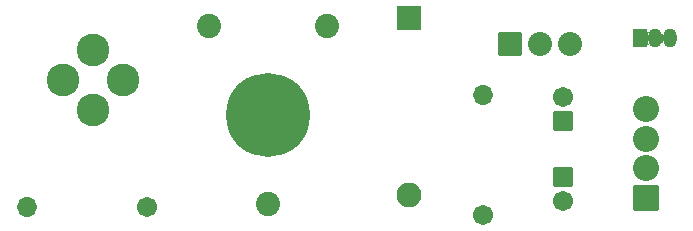
<source format=gbr>
%TF.GenerationSoftware,KiCad,Pcbnew,(6.0.7)*%
%TF.CreationDate,2022-09-16T11:39:32+01:00*%
%TF.ProjectId,gas sniffer,67617320-736e-4696-9666-65722e6b6963,rev?*%
%TF.SameCoordinates,Original*%
%TF.FileFunction,Soldermask,Top*%
%TF.FilePolarity,Negative*%
%FSLAX46Y46*%
G04 Gerber Fmt 4.6, Leading zero omitted, Abs format (unit mm)*
G04 Created by KiCad (PCBNEW (6.0.7)) date 2022-09-16 11:39:32*
%MOMM*%
%LPD*%
G01*
G04 APERTURE LIST*
G04 Aperture macros list*
%AMRoundRect*
0 Rectangle with rounded corners*
0 $1 Rounding radius*
0 $2 $3 $4 $5 $6 $7 $8 $9 X,Y pos of 4 corners*
0 Add a 4 corners polygon primitive as box body*
4,1,4,$2,$3,$4,$5,$6,$7,$8,$9,$2,$3,0*
0 Add four circle primitives for the rounded corners*
1,1,$1+$1,$2,$3*
1,1,$1+$1,$4,$5*
1,1,$1+$1,$6,$7*
1,1,$1+$1,$8,$9*
0 Add four rect primitives between the rounded corners*
20,1,$1+$1,$2,$3,$4,$5,0*
20,1,$1+$1,$4,$5,$6,$7,0*
20,1,$1+$1,$6,$7,$8,$9,0*
20,1,$1+$1,$8,$9,$2,$3,0*%
G04 Aperture macros list end*
%ADD10C,7.102000*%
%ADD11C,2.052000*%
%ADD12RoundRect,0.051000X-0.525000X-0.750000X0.525000X-0.750000X0.525000X0.750000X-0.525000X0.750000X0*%
%ADD13O,1.152000X1.602000*%
%ADD14C,2.769000*%
%ADD15O,1.702000X1.702000*%
%ADD16C,1.702000*%
%ADD17C,2.202000*%
%ADD18RoundRect,0.051000X1.050000X-1.050000X1.050000X1.050000X-1.050000X1.050000X-1.050000X-1.050000X0*%
%ADD19C,2.037000*%
%ADD20RoundRect,0.051000X-0.967500X-0.967500X0.967500X-0.967500X0.967500X0.967500X-0.967500X0.967500X0*%
%ADD21RoundRect,0.051000X0.800000X-0.800000X0.800000X0.800000X-0.800000X0.800000X-0.800000X-0.800000X0*%
%ADD22RoundRect,0.051000X-0.800000X0.800000X-0.800000X-0.800000X0.800000X-0.800000X0.800000X0.800000X0*%
%ADD23O,2.102000X2.102000*%
%ADD24RoundRect,0.051000X-1.000000X1.000000X-1.000000X-1.000000X1.000000X-1.000000X1.000000X1.000000X0*%
G04 APERTURE END LIST*
D10*
X34500000Y-23250000D03*
D11*
X34500000Y-30750000D03*
X29500000Y-15750000D03*
X39500000Y-15750000D03*
D12*
X66000000Y-16750000D03*
D13*
X68540000Y-16750000D03*
X67270000Y-16750000D03*
D14*
X17210000Y-20290000D03*
X19750000Y-22830000D03*
X22290000Y-20290000D03*
X19750000Y-17750000D03*
D15*
X52750000Y-21590000D03*
D16*
X52750000Y-31750000D03*
D15*
X14090000Y-31000000D03*
D16*
X24250000Y-31000000D03*
D17*
X66500000Y-22750000D03*
X66500000Y-25250000D03*
X66500000Y-27750000D03*
D18*
X66500000Y-30250000D03*
D19*
X60080000Y-17250000D03*
X57540000Y-17250000D03*
D20*
X55000000Y-17250000D03*
D16*
X59500000Y-21750000D03*
D21*
X59500000Y-23750000D03*
D16*
X59500000Y-30500000D03*
D22*
X59500000Y-28500000D03*
D23*
X46500000Y-30000000D03*
D24*
X46500000Y-15000000D03*
G36*
X66577919Y-16123759D02*
G01*
X66597595Y-16190771D01*
X66649938Y-16236126D01*
X66718491Y-16245983D01*
X66781648Y-16217140D01*
X66796563Y-16200630D01*
X66798466Y-16200015D01*
X66799950Y-16201356D01*
X66799634Y-16203189D01*
X66772915Y-16238010D01*
X66715576Y-16376442D01*
X66696000Y-16525132D01*
X66696000Y-16974868D01*
X66715576Y-17123558D01*
X66772915Y-17261990D01*
X66803875Y-17302338D01*
X66804136Y-17304321D01*
X66802549Y-17305539D01*
X66801026Y-17305107D01*
X66748579Y-17262428D01*
X66679751Y-17254697D01*
X66617672Y-17285402D01*
X66581962Y-17344939D01*
X66577984Y-17376014D01*
X66576772Y-17377605D01*
X66574788Y-17377351D01*
X66574000Y-17375760D01*
X66574000Y-16124322D01*
X66575000Y-16122590D01*
X66577000Y-16122590D01*
X66577919Y-16123759D01*
G37*
G36*
X68038076Y-16248004D02*
G01*
X68038110Y-16249611D01*
X67985576Y-16376442D01*
X67966000Y-16525132D01*
X67966000Y-16974868D01*
X67985576Y-17123558D01*
X68036941Y-17247565D01*
X68036680Y-17249548D01*
X68034832Y-17250313D01*
X68033445Y-17249463D01*
X68028707Y-17242570D01*
X68028484Y-17242144D01*
X68019930Y-17219506D01*
X67978008Y-17164002D01*
X67913013Y-17140075D01*
X67845403Y-17155087D01*
X67796474Y-17204436D01*
X67790149Y-17218094D01*
X67778689Y-17247487D01*
X67778462Y-17247910D01*
X67775374Y-17252304D01*
X67773560Y-17253146D01*
X67771924Y-17251996D01*
X67771890Y-17250389D01*
X67824424Y-17123558D01*
X67844000Y-16974868D01*
X67844000Y-16525132D01*
X67824424Y-16376442D01*
X67773059Y-16252435D01*
X67773320Y-16250452D01*
X67775168Y-16249687D01*
X67776555Y-16250537D01*
X67781293Y-16257430D01*
X67781516Y-16257856D01*
X67790070Y-16280494D01*
X67831992Y-16335998D01*
X67896987Y-16359925D01*
X67964597Y-16344913D01*
X68013526Y-16295564D01*
X68019851Y-16281906D01*
X68031311Y-16252513D01*
X68031538Y-16252090D01*
X68034626Y-16247696D01*
X68036440Y-16246854D01*
X68038076Y-16248004D01*
G37*
M02*

</source>
